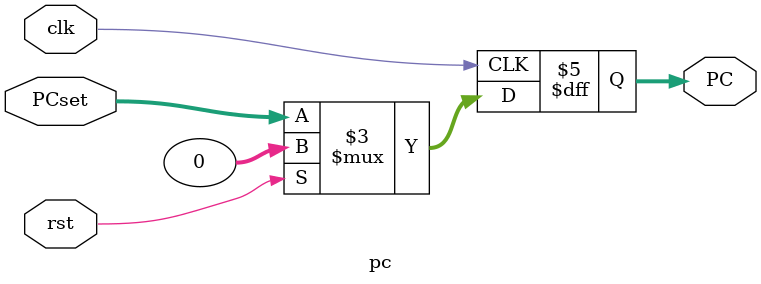
<source format=v>
`timescale 10ns / 1ns

module pc(
	input  rst,
	input  clk,
    input [31:0] PCset,
	output reg[31:0] PC
);

    always@(posedge clk)
    begin
      if(rst)
        begin
            PC<=0;
        end
    else
        begin
            PC<=PCset;
        end
    end

endmodule
</source>
